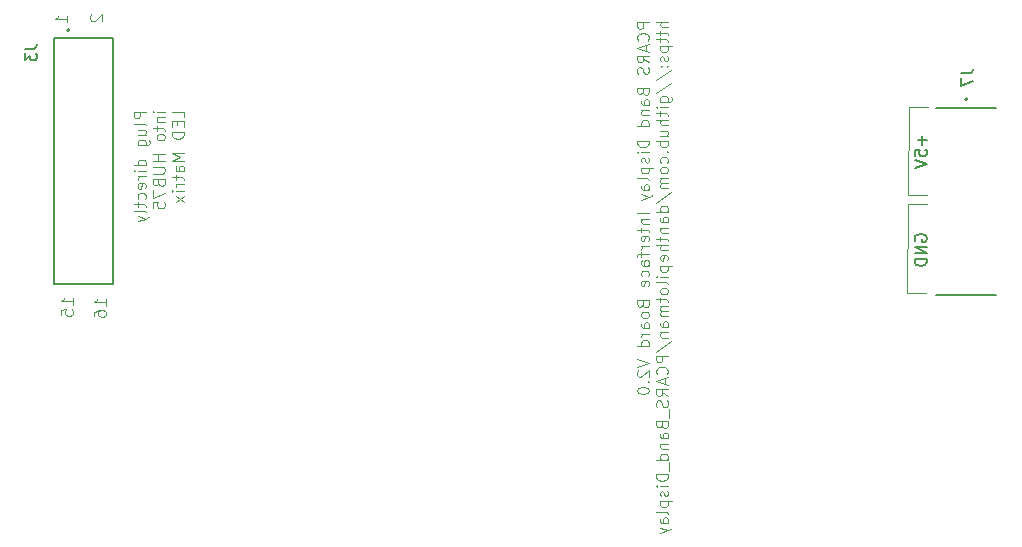
<source format=gbr>
%TF.GenerationSoftware,KiCad,Pcbnew,9.0.0*%
%TF.CreationDate,2025-04-23T05:04:15-04:00*%
%TF.ProjectId,W4MLB_Band_Display_V2,57344d4c-425f-4426-916e-645f44697370,1.0*%
%TF.SameCoordinates,Original*%
%TF.FileFunction,Legend,Bot*%
%TF.FilePolarity,Positive*%
%FSLAX46Y46*%
G04 Gerber Fmt 4.6, Leading zero omitted, Abs format (unit mm)*
G04 Created by KiCad (PCBNEW 9.0.0) date 2025-04-23 05:04:15*
%MOMM*%
%LPD*%
G01*
G04 APERTURE LIST*
%ADD10C,0.150000*%
%ADD11C,0.125000*%
%ADD12C,0.200000*%
%ADD13C,0.860984*%
%ADD14C,2.200000*%
%ADD15O,1.800000X3.600000*%
%ADD16O,4.000000X2.000000*%
%ADD17C,2.019300*%
%ADD18R,2.000000X2.000000*%
%ADD19C,2.000000*%
%ADD20R,1.390000X1.390000*%
%ADD21C,1.390000*%
%ADD22O,3.800000X1.900000*%
%ADD23O,1.900000X3.800000*%
%ADD24R,1.700000X1.700000*%
%ADD25O,1.700000X1.700000*%
%ADD26R,1.370000X1.370000*%
%ADD27C,1.370000*%
G04 APERTURE END LIST*
D10*
X204717438Y-96460588D02*
X204669819Y-96365350D01*
X204669819Y-96365350D02*
X204669819Y-96222493D01*
X204669819Y-96222493D02*
X204717438Y-96079636D01*
X204717438Y-96079636D02*
X204812676Y-95984398D01*
X204812676Y-95984398D02*
X204907914Y-95936779D01*
X204907914Y-95936779D02*
X205098390Y-95889160D01*
X205098390Y-95889160D02*
X205241247Y-95889160D01*
X205241247Y-95889160D02*
X205431723Y-95936779D01*
X205431723Y-95936779D02*
X205526961Y-95984398D01*
X205526961Y-95984398D02*
X205622200Y-96079636D01*
X205622200Y-96079636D02*
X205669819Y-96222493D01*
X205669819Y-96222493D02*
X205669819Y-96317731D01*
X205669819Y-96317731D02*
X205622200Y-96460588D01*
X205622200Y-96460588D02*
X205574580Y-96508207D01*
X205574580Y-96508207D02*
X205241247Y-96508207D01*
X205241247Y-96508207D02*
X205241247Y-96317731D01*
X205669819Y-96936779D02*
X204669819Y-96936779D01*
X204669819Y-96936779D02*
X205669819Y-97508207D01*
X205669819Y-97508207D02*
X204669819Y-97508207D01*
X205669819Y-97984398D02*
X204669819Y-97984398D01*
X204669819Y-97984398D02*
X204669819Y-98222493D01*
X204669819Y-98222493D02*
X204717438Y-98365350D01*
X204717438Y-98365350D02*
X204812676Y-98460588D01*
X204812676Y-98460588D02*
X204907914Y-98508207D01*
X204907914Y-98508207D02*
X205098390Y-98555826D01*
X205098390Y-98555826D02*
X205241247Y-98555826D01*
X205241247Y-98555826D02*
X205431723Y-98508207D01*
X205431723Y-98508207D02*
X205526961Y-98460588D01*
X205526961Y-98460588D02*
X205622200Y-98365350D01*
X205622200Y-98365350D02*
X205669819Y-98222493D01*
X205669819Y-98222493D02*
X205669819Y-97984398D01*
X205288866Y-87536779D02*
X205288866Y-88298684D01*
X205669819Y-87917731D02*
X204907914Y-87917731D01*
X204669819Y-89251064D02*
X204669819Y-88774874D01*
X204669819Y-88774874D02*
X205146009Y-88727255D01*
X205146009Y-88727255D02*
X205098390Y-88774874D01*
X205098390Y-88774874D02*
X205050771Y-88870112D01*
X205050771Y-88870112D02*
X205050771Y-89108207D01*
X205050771Y-89108207D02*
X205098390Y-89203445D01*
X205098390Y-89203445D02*
X205146009Y-89251064D01*
X205146009Y-89251064D02*
X205241247Y-89298683D01*
X205241247Y-89298683D02*
X205479342Y-89298683D01*
X205479342Y-89298683D02*
X205574580Y-89251064D01*
X205574580Y-89251064D02*
X205622200Y-89203445D01*
X205622200Y-89203445D02*
X205669819Y-89108207D01*
X205669819Y-89108207D02*
X205669819Y-88870112D01*
X205669819Y-88870112D02*
X205622200Y-88774874D01*
X205622200Y-88774874D02*
X205574580Y-88727255D01*
X204669819Y-89584398D02*
X205669819Y-89917731D01*
X205669819Y-89917731D02*
X204669819Y-90251064D01*
D11*
X204060000Y-93360000D02*
X204020000Y-100840000D01*
X205710000Y-93360000D02*
X204060000Y-93360000D01*
X204020000Y-100840000D02*
X205660000Y-100840000D01*
X204100000Y-92600000D02*
X205740000Y-92600000D01*
X204140000Y-85120000D02*
X204100000Y-92600000D01*
X205790000Y-85120000D02*
X204140000Y-85120000D01*
X139551231Y-85520331D02*
X138551231Y-85520331D01*
X138551231Y-85520331D02*
X138551231Y-85901283D01*
X138551231Y-85901283D02*
X138598850Y-85996521D01*
X138598850Y-85996521D02*
X138646469Y-86044140D01*
X138646469Y-86044140D02*
X138741707Y-86091759D01*
X138741707Y-86091759D02*
X138884564Y-86091759D01*
X138884564Y-86091759D02*
X138979802Y-86044140D01*
X138979802Y-86044140D02*
X139027421Y-85996521D01*
X139027421Y-85996521D02*
X139075040Y-85901283D01*
X139075040Y-85901283D02*
X139075040Y-85520331D01*
X139551231Y-86663188D02*
X139503612Y-86567950D01*
X139503612Y-86567950D02*
X139408373Y-86520331D01*
X139408373Y-86520331D02*
X138551231Y-86520331D01*
X138884564Y-87472712D02*
X139551231Y-87472712D01*
X138884564Y-87044141D02*
X139408373Y-87044141D01*
X139408373Y-87044141D02*
X139503612Y-87091760D01*
X139503612Y-87091760D02*
X139551231Y-87186998D01*
X139551231Y-87186998D02*
X139551231Y-87329855D01*
X139551231Y-87329855D02*
X139503612Y-87425093D01*
X139503612Y-87425093D02*
X139455992Y-87472712D01*
X138884564Y-88377474D02*
X139694088Y-88377474D01*
X139694088Y-88377474D02*
X139789326Y-88329855D01*
X139789326Y-88329855D02*
X139836945Y-88282236D01*
X139836945Y-88282236D02*
X139884564Y-88186998D01*
X139884564Y-88186998D02*
X139884564Y-88044141D01*
X139884564Y-88044141D02*
X139836945Y-87948903D01*
X139503612Y-88377474D02*
X139551231Y-88282236D01*
X139551231Y-88282236D02*
X139551231Y-88091760D01*
X139551231Y-88091760D02*
X139503612Y-87996522D01*
X139503612Y-87996522D02*
X139455992Y-87948903D01*
X139455992Y-87948903D02*
X139360754Y-87901284D01*
X139360754Y-87901284D02*
X139075040Y-87901284D01*
X139075040Y-87901284D02*
X138979802Y-87948903D01*
X138979802Y-87948903D02*
X138932183Y-87996522D01*
X138932183Y-87996522D02*
X138884564Y-88091760D01*
X138884564Y-88091760D02*
X138884564Y-88282236D01*
X138884564Y-88282236D02*
X138932183Y-88377474D01*
X139551231Y-90044141D02*
X138551231Y-90044141D01*
X139503612Y-90044141D02*
X139551231Y-89948903D01*
X139551231Y-89948903D02*
X139551231Y-89758427D01*
X139551231Y-89758427D02*
X139503612Y-89663189D01*
X139503612Y-89663189D02*
X139455992Y-89615570D01*
X139455992Y-89615570D02*
X139360754Y-89567951D01*
X139360754Y-89567951D02*
X139075040Y-89567951D01*
X139075040Y-89567951D02*
X138979802Y-89615570D01*
X138979802Y-89615570D02*
X138932183Y-89663189D01*
X138932183Y-89663189D02*
X138884564Y-89758427D01*
X138884564Y-89758427D02*
X138884564Y-89948903D01*
X138884564Y-89948903D02*
X138932183Y-90044141D01*
X139551231Y-90520332D02*
X138884564Y-90520332D01*
X138551231Y-90520332D02*
X138598850Y-90472713D01*
X138598850Y-90472713D02*
X138646469Y-90520332D01*
X138646469Y-90520332D02*
X138598850Y-90567951D01*
X138598850Y-90567951D02*
X138551231Y-90520332D01*
X138551231Y-90520332D02*
X138646469Y-90520332D01*
X139551231Y-90996522D02*
X138884564Y-90996522D01*
X139075040Y-90996522D02*
X138979802Y-91044141D01*
X138979802Y-91044141D02*
X138932183Y-91091760D01*
X138932183Y-91091760D02*
X138884564Y-91186998D01*
X138884564Y-91186998D02*
X138884564Y-91282236D01*
X139503612Y-91996522D02*
X139551231Y-91901284D01*
X139551231Y-91901284D02*
X139551231Y-91710808D01*
X139551231Y-91710808D02*
X139503612Y-91615570D01*
X139503612Y-91615570D02*
X139408373Y-91567951D01*
X139408373Y-91567951D02*
X139027421Y-91567951D01*
X139027421Y-91567951D02*
X138932183Y-91615570D01*
X138932183Y-91615570D02*
X138884564Y-91710808D01*
X138884564Y-91710808D02*
X138884564Y-91901284D01*
X138884564Y-91901284D02*
X138932183Y-91996522D01*
X138932183Y-91996522D02*
X139027421Y-92044141D01*
X139027421Y-92044141D02*
X139122659Y-92044141D01*
X139122659Y-92044141D02*
X139217897Y-91567951D01*
X139503612Y-92901284D02*
X139551231Y-92806046D01*
X139551231Y-92806046D02*
X139551231Y-92615570D01*
X139551231Y-92615570D02*
X139503612Y-92520332D01*
X139503612Y-92520332D02*
X139455992Y-92472713D01*
X139455992Y-92472713D02*
X139360754Y-92425094D01*
X139360754Y-92425094D02*
X139075040Y-92425094D01*
X139075040Y-92425094D02*
X138979802Y-92472713D01*
X138979802Y-92472713D02*
X138932183Y-92520332D01*
X138932183Y-92520332D02*
X138884564Y-92615570D01*
X138884564Y-92615570D02*
X138884564Y-92806046D01*
X138884564Y-92806046D02*
X138932183Y-92901284D01*
X138884564Y-93186999D02*
X138884564Y-93567951D01*
X138551231Y-93329856D02*
X139408373Y-93329856D01*
X139408373Y-93329856D02*
X139503612Y-93377475D01*
X139503612Y-93377475D02*
X139551231Y-93472713D01*
X139551231Y-93472713D02*
X139551231Y-93567951D01*
X139551231Y-94044142D02*
X139503612Y-93948904D01*
X139503612Y-93948904D02*
X139408373Y-93901285D01*
X139408373Y-93901285D02*
X138551231Y-93901285D01*
X138884564Y-94329857D02*
X139551231Y-94567952D01*
X138884564Y-94806047D02*
X139551231Y-94567952D01*
X139551231Y-94567952D02*
X139789326Y-94472714D01*
X139789326Y-94472714D02*
X139836945Y-94425095D01*
X139836945Y-94425095D02*
X139884564Y-94329857D01*
X141161175Y-85520331D02*
X140494508Y-85520331D01*
X140161175Y-85520331D02*
X140208794Y-85472712D01*
X140208794Y-85472712D02*
X140256413Y-85520331D01*
X140256413Y-85520331D02*
X140208794Y-85567950D01*
X140208794Y-85567950D02*
X140161175Y-85520331D01*
X140161175Y-85520331D02*
X140256413Y-85520331D01*
X140494508Y-85996521D02*
X141161175Y-85996521D01*
X140589746Y-85996521D02*
X140542127Y-86044140D01*
X140542127Y-86044140D02*
X140494508Y-86139378D01*
X140494508Y-86139378D02*
X140494508Y-86282235D01*
X140494508Y-86282235D02*
X140542127Y-86377473D01*
X140542127Y-86377473D02*
X140637365Y-86425092D01*
X140637365Y-86425092D02*
X141161175Y-86425092D01*
X140494508Y-86758426D02*
X140494508Y-87139378D01*
X140161175Y-86901283D02*
X141018317Y-86901283D01*
X141018317Y-86901283D02*
X141113556Y-86948902D01*
X141113556Y-86948902D02*
X141161175Y-87044140D01*
X141161175Y-87044140D02*
X141161175Y-87139378D01*
X141161175Y-87615569D02*
X141113556Y-87520331D01*
X141113556Y-87520331D02*
X141065936Y-87472712D01*
X141065936Y-87472712D02*
X140970698Y-87425093D01*
X140970698Y-87425093D02*
X140684984Y-87425093D01*
X140684984Y-87425093D02*
X140589746Y-87472712D01*
X140589746Y-87472712D02*
X140542127Y-87520331D01*
X140542127Y-87520331D02*
X140494508Y-87615569D01*
X140494508Y-87615569D02*
X140494508Y-87758426D01*
X140494508Y-87758426D02*
X140542127Y-87853664D01*
X140542127Y-87853664D02*
X140589746Y-87901283D01*
X140589746Y-87901283D02*
X140684984Y-87948902D01*
X140684984Y-87948902D02*
X140970698Y-87948902D01*
X140970698Y-87948902D02*
X141065936Y-87901283D01*
X141065936Y-87901283D02*
X141113556Y-87853664D01*
X141113556Y-87853664D02*
X141161175Y-87758426D01*
X141161175Y-87758426D02*
X141161175Y-87615569D01*
X141161175Y-89139379D02*
X140161175Y-89139379D01*
X140637365Y-89139379D02*
X140637365Y-89710807D01*
X141161175Y-89710807D02*
X140161175Y-89710807D01*
X140161175Y-90186998D02*
X140970698Y-90186998D01*
X140970698Y-90186998D02*
X141065936Y-90234617D01*
X141065936Y-90234617D02*
X141113556Y-90282236D01*
X141113556Y-90282236D02*
X141161175Y-90377474D01*
X141161175Y-90377474D02*
X141161175Y-90567950D01*
X141161175Y-90567950D02*
X141113556Y-90663188D01*
X141113556Y-90663188D02*
X141065936Y-90710807D01*
X141065936Y-90710807D02*
X140970698Y-90758426D01*
X140970698Y-90758426D02*
X140161175Y-90758426D01*
X140637365Y-91567950D02*
X140684984Y-91710807D01*
X140684984Y-91710807D02*
X140732603Y-91758426D01*
X140732603Y-91758426D02*
X140827841Y-91806045D01*
X140827841Y-91806045D02*
X140970698Y-91806045D01*
X140970698Y-91806045D02*
X141065936Y-91758426D01*
X141065936Y-91758426D02*
X141113556Y-91710807D01*
X141113556Y-91710807D02*
X141161175Y-91615569D01*
X141161175Y-91615569D02*
X141161175Y-91234617D01*
X141161175Y-91234617D02*
X140161175Y-91234617D01*
X140161175Y-91234617D02*
X140161175Y-91567950D01*
X140161175Y-91567950D02*
X140208794Y-91663188D01*
X140208794Y-91663188D02*
X140256413Y-91710807D01*
X140256413Y-91710807D02*
X140351651Y-91758426D01*
X140351651Y-91758426D02*
X140446889Y-91758426D01*
X140446889Y-91758426D02*
X140542127Y-91710807D01*
X140542127Y-91710807D02*
X140589746Y-91663188D01*
X140589746Y-91663188D02*
X140637365Y-91567950D01*
X140637365Y-91567950D02*
X140637365Y-91234617D01*
X140161175Y-92139379D02*
X140161175Y-92806045D01*
X140161175Y-92806045D02*
X141161175Y-92377474D01*
X140161175Y-93663188D02*
X140161175Y-93186998D01*
X140161175Y-93186998D02*
X140637365Y-93139379D01*
X140637365Y-93139379D02*
X140589746Y-93186998D01*
X140589746Y-93186998D02*
X140542127Y-93282236D01*
X140542127Y-93282236D02*
X140542127Y-93520331D01*
X140542127Y-93520331D02*
X140589746Y-93615569D01*
X140589746Y-93615569D02*
X140637365Y-93663188D01*
X140637365Y-93663188D02*
X140732603Y-93710807D01*
X140732603Y-93710807D02*
X140970698Y-93710807D01*
X140970698Y-93710807D02*
X141065936Y-93663188D01*
X141065936Y-93663188D02*
X141113556Y-93615569D01*
X141113556Y-93615569D02*
X141161175Y-93520331D01*
X141161175Y-93520331D02*
X141161175Y-93282236D01*
X141161175Y-93282236D02*
X141113556Y-93186998D01*
X141113556Y-93186998D02*
X141065936Y-93139379D01*
X142771119Y-85996521D02*
X142771119Y-85520331D01*
X142771119Y-85520331D02*
X141771119Y-85520331D01*
X142247309Y-86329855D02*
X142247309Y-86663188D01*
X142771119Y-86806045D02*
X142771119Y-86329855D01*
X142771119Y-86329855D02*
X141771119Y-86329855D01*
X141771119Y-86329855D02*
X141771119Y-86806045D01*
X142771119Y-87234617D02*
X141771119Y-87234617D01*
X141771119Y-87234617D02*
X141771119Y-87472712D01*
X141771119Y-87472712D02*
X141818738Y-87615569D01*
X141818738Y-87615569D02*
X141913976Y-87710807D01*
X141913976Y-87710807D02*
X142009214Y-87758426D01*
X142009214Y-87758426D02*
X142199690Y-87806045D01*
X142199690Y-87806045D02*
X142342547Y-87806045D01*
X142342547Y-87806045D02*
X142533023Y-87758426D01*
X142533023Y-87758426D02*
X142628261Y-87710807D01*
X142628261Y-87710807D02*
X142723500Y-87615569D01*
X142723500Y-87615569D02*
X142771119Y-87472712D01*
X142771119Y-87472712D02*
X142771119Y-87234617D01*
X142771119Y-88996522D02*
X141771119Y-88996522D01*
X141771119Y-88996522D02*
X142485404Y-89329855D01*
X142485404Y-89329855D02*
X141771119Y-89663188D01*
X141771119Y-89663188D02*
X142771119Y-89663188D01*
X142771119Y-90567950D02*
X142247309Y-90567950D01*
X142247309Y-90567950D02*
X142152071Y-90520331D01*
X142152071Y-90520331D02*
X142104452Y-90425093D01*
X142104452Y-90425093D02*
X142104452Y-90234617D01*
X142104452Y-90234617D02*
X142152071Y-90139379D01*
X142723500Y-90567950D02*
X142771119Y-90472712D01*
X142771119Y-90472712D02*
X142771119Y-90234617D01*
X142771119Y-90234617D02*
X142723500Y-90139379D01*
X142723500Y-90139379D02*
X142628261Y-90091760D01*
X142628261Y-90091760D02*
X142533023Y-90091760D01*
X142533023Y-90091760D02*
X142437785Y-90139379D01*
X142437785Y-90139379D02*
X142390166Y-90234617D01*
X142390166Y-90234617D02*
X142390166Y-90472712D01*
X142390166Y-90472712D02*
X142342547Y-90567950D01*
X142104452Y-90901284D02*
X142104452Y-91282236D01*
X141771119Y-91044141D02*
X142628261Y-91044141D01*
X142628261Y-91044141D02*
X142723500Y-91091760D01*
X142723500Y-91091760D02*
X142771119Y-91186998D01*
X142771119Y-91186998D02*
X142771119Y-91282236D01*
X142771119Y-91615570D02*
X142104452Y-91615570D01*
X142294928Y-91615570D02*
X142199690Y-91663189D01*
X142199690Y-91663189D02*
X142152071Y-91710808D01*
X142152071Y-91710808D02*
X142104452Y-91806046D01*
X142104452Y-91806046D02*
X142104452Y-91901284D01*
X142771119Y-92234618D02*
X142104452Y-92234618D01*
X141771119Y-92234618D02*
X141818738Y-92186999D01*
X141818738Y-92186999D02*
X141866357Y-92234618D01*
X141866357Y-92234618D02*
X141818738Y-92282237D01*
X141818738Y-92282237D02*
X141771119Y-92234618D01*
X141771119Y-92234618D02*
X141866357Y-92234618D01*
X142771119Y-92615570D02*
X142104452Y-93139379D01*
X142104452Y-92615570D02*
X142771119Y-93139379D01*
X136171119Y-101944140D02*
X136171119Y-101372712D01*
X136171119Y-101658426D02*
X135171119Y-101658426D01*
X135171119Y-101658426D02*
X135313976Y-101563188D01*
X135313976Y-101563188D02*
X135409214Y-101467950D01*
X135409214Y-101467950D02*
X135456833Y-101372712D01*
X135171119Y-102801283D02*
X135171119Y-102610807D01*
X135171119Y-102610807D02*
X135218738Y-102515569D01*
X135218738Y-102515569D02*
X135266357Y-102467950D01*
X135266357Y-102467950D02*
X135409214Y-102372712D01*
X135409214Y-102372712D02*
X135599690Y-102325093D01*
X135599690Y-102325093D02*
X135980642Y-102325093D01*
X135980642Y-102325093D02*
X136075880Y-102372712D01*
X136075880Y-102372712D02*
X136123500Y-102420331D01*
X136123500Y-102420331D02*
X136171119Y-102515569D01*
X136171119Y-102515569D02*
X136171119Y-102706045D01*
X136171119Y-102706045D02*
X136123500Y-102801283D01*
X136123500Y-102801283D02*
X136075880Y-102848902D01*
X136075880Y-102848902D02*
X135980642Y-102896521D01*
X135980642Y-102896521D02*
X135742547Y-102896521D01*
X135742547Y-102896521D02*
X135647309Y-102848902D01*
X135647309Y-102848902D02*
X135599690Y-102801283D01*
X135599690Y-102801283D02*
X135552071Y-102706045D01*
X135552071Y-102706045D02*
X135552071Y-102515569D01*
X135552071Y-102515569D02*
X135599690Y-102420331D01*
X135599690Y-102420331D02*
X135647309Y-102372712D01*
X135647309Y-102372712D02*
X135742547Y-102325093D01*
X132871119Y-77944140D02*
X132871119Y-77372712D01*
X132871119Y-77658426D02*
X131871119Y-77658426D01*
X131871119Y-77658426D02*
X132013976Y-77563188D01*
X132013976Y-77563188D02*
X132109214Y-77467950D01*
X132109214Y-77467950D02*
X132156833Y-77372712D01*
X134966357Y-77272712D02*
X134918738Y-77320331D01*
X134918738Y-77320331D02*
X134871119Y-77415569D01*
X134871119Y-77415569D02*
X134871119Y-77653664D01*
X134871119Y-77653664D02*
X134918738Y-77748902D01*
X134918738Y-77748902D02*
X134966357Y-77796521D01*
X134966357Y-77796521D02*
X135061595Y-77844140D01*
X135061595Y-77844140D02*
X135156833Y-77844140D01*
X135156833Y-77844140D02*
X135299690Y-77796521D01*
X135299690Y-77796521D02*
X135871119Y-77225093D01*
X135871119Y-77225093D02*
X135871119Y-77844140D01*
X133371119Y-101844140D02*
X133371119Y-101272712D01*
X133371119Y-101558426D02*
X132371119Y-101558426D01*
X132371119Y-101558426D02*
X132513976Y-101463188D01*
X132513976Y-101463188D02*
X132609214Y-101367950D01*
X132609214Y-101367950D02*
X132656833Y-101272712D01*
X132371119Y-102748902D02*
X132371119Y-102272712D01*
X132371119Y-102272712D02*
X132847309Y-102225093D01*
X132847309Y-102225093D02*
X132799690Y-102272712D01*
X132799690Y-102272712D02*
X132752071Y-102367950D01*
X132752071Y-102367950D02*
X132752071Y-102606045D01*
X132752071Y-102606045D02*
X132799690Y-102701283D01*
X132799690Y-102701283D02*
X132847309Y-102748902D01*
X132847309Y-102748902D02*
X132942547Y-102796521D01*
X132942547Y-102796521D02*
X133180642Y-102796521D01*
X133180642Y-102796521D02*
X133275880Y-102748902D01*
X133275880Y-102748902D02*
X133323500Y-102701283D01*
X133323500Y-102701283D02*
X133371119Y-102606045D01*
X133371119Y-102606045D02*
X133371119Y-102367950D01*
X133371119Y-102367950D02*
X133323500Y-102272712D01*
X133323500Y-102272712D02*
X133275880Y-102225093D01*
X182161175Y-77920331D02*
X181161175Y-77920331D01*
X181161175Y-77920331D02*
X181161175Y-78301283D01*
X181161175Y-78301283D02*
X181208794Y-78396521D01*
X181208794Y-78396521D02*
X181256413Y-78444140D01*
X181256413Y-78444140D02*
X181351651Y-78491759D01*
X181351651Y-78491759D02*
X181494508Y-78491759D01*
X181494508Y-78491759D02*
X181589746Y-78444140D01*
X181589746Y-78444140D02*
X181637365Y-78396521D01*
X181637365Y-78396521D02*
X181684984Y-78301283D01*
X181684984Y-78301283D02*
X181684984Y-77920331D01*
X182065936Y-79491759D02*
X182113556Y-79444140D01*
X182113556Y-79444140D02*
X182161175Y-79301283D01*
X182161175Y-79301283D02*
X182161175Y-79206045D01*
X182161175Y-79206045D02*
X182113556Y-79063188D01*
X182113556Y-79063188D02*
X182018317Y-78967950D01*
X182018317Y-78967950D02*
X181923079Y-78920331D01*
X181923079Y-78920331D02*
X181732603Y-78872712D01*
X181732603Y-78872712D02*
X181589746Y-78872712D01*
X181589746Y-78872712D02*
X181399270Y-78920331D01*
X181399270Y-78920331D02*
X181304032Y-78967950D01*
X181304032Y-78967950D02*
X181208794Y-79063188D01*
X181208794Y-79063188D02*
X181161175Y-79206045D01*
X181161175Y-79206045D02*
X181161175Y-79301283D01*
X181161175Y-79301283D02*
X181208794Y-79444140D01*
X181208794Y-79444140D02*
X181256413Y-79491759D01*
X181875460Y-79872712D02*
X181875460Y-80348902D01*
X182161175Y-79777474D02*
X181161175Y-80110807D01*
X181161175Y-80110807D02*
X182161175Y-80444140D01*
X182161175Y-81348902D02*
X181684984Y-81015569D01*
X182161175Y-80777474D02*
X181161175Y-80777474D01*
X181161175Y-80777474D02*
X181161175Y-81158426D01*
X181161175Y-81158426D02*
X181208794Y-81253664D01*
X181208794Y-81253664D02*
X181256413Y-81301283D01*
X181256413Y-81301283D02*
X181351651Y-81348902D01*
X181351651Y-81348902D02*
X181494508Y-81348902D01*
X181494508Y-81348902D02*
X181589746Y-81301283D01*
X181589746Y-81301283D02*
X181637365Y-81253664D01*
X181637365Y-81253664D02*
X181684984Y-81158426D01*
X181684984Y-81158426D02*
X181684984Y-80777474D01*
X182113556Y-81729855D02*
X182161175Y-81872712D01*
X182161175Y-81872712D02*
X182161175Y-82110807D01*
X182161175Y-82110807D02*
X182113556Y-82206045D01*
X182113556Y-82206045D02*
X182065936Y-82253664D01*
X182065936Y-82253664D02*
X181970698Y-82301283D01*
X181970698Y-82301283D02*
X181875460Y-82301283D01*
X181875460Y-82301283D02*
X181780222Y-82253664D01*
X181780222Y-82253664D02*
X181732603Y-82206045D01*
X181732603Y-82206045D02*
X181684984Y-82110807D01*
X181684984Y-82110807D02*
X181637365Y-81920331D01*
X181637365Y-81920331D02*
X181589746Y-81825093D01*
X181589746Y-81825093D02*
X181542127Y-81777474D01*
X181542127Y-81777474D02*
X181446889Y-81729855D01*
X181446889Y-81729855D02*
X181351651Y-81729855D01*
X181351651Y-81729855D02*
X181256413Y-81777474D01*
X181256413Y-81777474D02*
X181208794Y-81825093D01*
X181208794Y-81825093D02*
X181161175Y-81920331D01*
X181161175Y-81920331D02*
X181161175Y-82158426D01*
X181161175Y-82158426D02*
X181208794Y-82301283D01*
X181637365Y-83825093D02*
X181684984Y-83967950D01*
X181684984Y-83967950D02*
X181732603Y-84015569D01*
X181732603Y-84015569D02*
X181827841Y-84063188D01*
X181827841Y-84063188D02*
X181970698Y-84063188D01*
X181970698Y-84063188D02*
X182065936Y-84015569D01*
X182065936Y-84015569D02*
X182113556Y-83967950D01*
X182113556Y-83967950D02*
X182161175Y-83872712D01*
X182161175Y-83872712D02*
X182161175Y-83491760D01*
X182161175Y-83491760D02*
X181161175Y-83491760D01*
X181161175Y-83491760D02*
X181161175Y-83825093D01*
X181161175Y-83825093D02*
X181208794Y-83920331D01*
X181208794Y-83920331D02*
X181256413Y-83967950D01*
X181256413Y-83967950D02*
X181351651Y-84015569D01*
X181351651Y-84015569D02*
X181446889Y-84015569D01*
X181446889Y-84015569D02*
X181542127Y-83967950D01*
X181542127Y-83967950D02*
X181589746Y-83920331D01*
X181589746Y-83920331D02*
X181637365Y-83825093D01*
X181637365Y-83825093D02*
X181637365Y-83491760D01*
X182161175Y-84920331D02*
X181637365Y-84920331D01*
X181637365Y-84920331D02*
X181542127Y-84872712D01*
X181542127Y-84872712D02*
X181494508Y-84777474D01*
X181494508Y-84777474D02*
X181494508Y-84586998D01*
X181494508Y-84586998D02*
X181542127Y-84491760D01*
X182113556Y-84920331D02*
X182161175Y-84825093D01*
X182161175Y-84825093D02*
X182161175Y-84586998D01*
X182161175Y-84586998D02*
X182113556Y-84491760D01*
X182113556Y-84491760D02*
X182018317Y-84444141D01*
X182018317Y-84444141D02*
X181923079Y-84444141D01*
X181923079Y-84444141D02*
X181827841Y-84491760D01*
X181827841Y-84491760D02*
X181780222Y-84586998D01*
X181780222Y-84586998D02*
X181780222Y-84825093D01*
X181780222Y-84825093D02*
X181732603Y-84920331D01*
X181494508Y-85396522D02*
X182161175Y-85396522D01*
X181589746Y-85396522D02*
X181542127Y-85444141D01*
X181542127Y-85444141D02*
X181494508Y-85539379D01*
X181494508Y-85539379D02*
X181494508Y-85682236D01*
X181494508Y-85682236D02*
X181542127Y-85777474D01*
X181542127Y-85777474D02*
X181637365Y-85825093D01*
X181637365Y-85825093D02*
X182161175Y-85825093D01*
X182161175Y-86729855D02*
X181161175Y-86729855D01*
X182113556Y-86729855D02*
X182161175Y-86634617D01*
X182161175Y-86634617D02*
X182161175Y-86444141D01*
X182161175Y-86444141D02*
X182113556Y-86348903D01*
X182113556Y-86348903D02*
X182065936Y-86301284D01*
X182065936Y-86301284D02*
X181970698Y-86253665D01*
X181970698Y-86253665D02*
X181684984Y-86253665D01*
X181684984Y-86253665D02*
X181589746Y-86301284D01*
X181589746Y-86301284D02*
X181542127Y-86348903D01*
X181542127Y-86348903D02*
X181494508Y-86444141D01*
X181494508Y-86444141D02*
X181494508Y-86634617D01*
X181494508Y-86634617D02*
X181542127Y-86729855D01*
X182161175Y-87967951D02*
X181161175Y-87967951D01*
X181161175Y-87967951D02*
X181161175Y-88206046D01*
X181161175Y-88206046D02*
X181208794Y-88348903D01*
X181208794Y-88348903D02*
X181304032Y-88444141D01*
X181304032Y-88444141D02*
X181399270Y-88491760D01*
X181399270Y-88491760D02*
X181589746Y-88539379D01*
X181589746Y-88539379D02*
X181732603Y-88539379D01*
X181732603Y-88539379D02*
X181923079Y-88491760D01*
X181923079Y-88491760D02*
X182018317Y-88444141D01*
X182018317Y-88444141D02*
X182113556Y-88348903D01*
X182113556Y-88348903D02*
X182161175Y-88206046D01*
X182161175Y-88206046D02*
X182161175Y-87967951D01*
X182161175Y-88967951D02*
X181494508Y-88967951D01*
X181161175Y-88967951D02*
X181208794Y-88920332D01*
X181208794Y-88920332D02*
X181256413Y-88967951D01*
X181256413Y-88967951D02*
X181208794Y-89015570D01*
X181208794Y-89015570D02*
X181161175Y-88967951D01*
X181161175Y-88967951D02*
X181256413Y-88967951D01*
X182113556Y-89396522D02*
X182161175Y-89491760D01*
X182161175Y-89491760D02*
X182161175Y-89682236D01*
X182161175Y-89682236D02*
X182113556Y-89777474D01*
X182113556Y-89777474D02*
X182018317Y-89825093D01*
X182018317Y-89825093D02*
X181970698Y-89825093D01*
X181970698Y-89825093D02*
X181875460Y-89777474D01*
X181875460Y-89777474D02*
X181827841Y-89682236D01*
X181827841Y-89682236D02*
X181827841Y-89539379D01*
X181827841Y-89539379D02*
X181780222Y-89444141D01*
X181780222Y-89444141D02*
X181684984Y-89396522D01*
X181684984Y-89396522D02*
X181637365Y-89396522D01*
X181637365Y-89396522D02*
X181542127Y-89444141D01*
X181542127Y-89444141D02*
X181494508Y-89539379D01*
X181494508Y-89539379D02*
X181494508Y-89682236D01*
X181494508Y-89682236D02*
X181542127Y-89777474D01*
X181494508Y-90253665D02*
X182494508Y-90253665D01*
X181542127Y-90253665D02*
X181494508Y-90348903D01*
X181494508Y-90348903D02*
X181494508Y-90539379D01*
X181494508Y-90539379D02*
X181542127Y-90634617D01*
X181542127Y-90634617D02*
X181589746Y-90682236D01*
X181589746Y-90682236D02*
X181684984Y-90729855D01*
X181684984Y-90729855D02*
X181970698Y-90729855D01*
X181970698Y-90729855D02*
X182065936Y-90682236D01*
X182065936Y-90682236D02*
X182113556Y-90634617D01*
X182113556Y-90634617D02*
X182161175Y-90539379D01*
X182161175Y-90539379D02*
X182161175Y-90348903D01*
X182161175Y-90348903D02*
X182113556Y-90253665D01*
X182161175Y-91301284D02*
X182113556Y-91206046D01*
X182113556Y-91206046D02*
X182018317Y-91158427D01*
X182018317Y-91158427D02*
X181161175Y-91158427D01*
X182161175Y-92110808D02*
X181637365Y-92110808D01*
X181637365Y-92110808D02*
X181542127Y-92063189D01*
X181542127Y-92063189D02*
X181494508Y-91967951D01*
X181494508Y-91967951D02*
X181494508Y-91777475D01*
X181494508Y-91777475D02*
X181542127Y-91682237D01*
X182113556Y-92110808D02*
X182161175Y-92015570D01*
X182161175Y-92015570D02*
X182161175Y-91777475D01*
X182161175Y-91777475D02*
X182113556Y-91682237D01*
X182113556Y-91682237D02*
X182018317Y-91634618D01*
X182018317Y-91634618D02*
X181923079Y-91634618D01*
X181923079Y-91634618D02*
X181827841Y-91682237D01*
X181827841Y-91682237D02*
X181780222Y-91777475D01*
X181780222Y-91777475D02*
X181780222Y-92015570D01*
X181780222Y-92015570D02*
X181732603Y-92110808D01*
X181494508Y-92491761D02*
X182161175Y-92729856D01*
X181494508Y-92967951D02*
X182161175Y-92729856D01*
X182161175Y-92729856D02*
X182399270Y-92634618D01*
X182399270Y-92634618D02*
X182446889Y-92586999D01*
X182446889Y-92586999D02*
X182494508Y-92491761D01*
X182161175Y-94110809D02*
X181161175Y-94110809D01*
X181494508Y-94586999D02*
X182161175Y-94586999D01*
X181589746Y-94586999D02*
X181542127Y-94634618D01*
X181542127Y-94634618D02*
X181494508Y-94729856D01*
X181494508Y-94729856D02*
X181494508Y-94872713D01*
X181494508Y-94872713D02*
X181542127Y-94967951D01*
X181542127Y-94967951D02*
X181637365Y-95015570D01*
X181637365Y-95015570D02*
X182161175Y-95015570D01*
X181494508Y-95348904D02*
X181494508Y-95729856D01*
X181161175Y-95491761D02*
X182018317Y-95491761D01*
X182018317Y-95491761D02*
X182113556Y-95539380D01*
X182113556Y-95539380D02*
X182161175Y-95634618D01*
X182161175Y-95634618D02*
X182161175Y-95729856D01*
X182113556Y-96444142D02*
X182161175Y-96348904D01*
X182161175Y-96348904D02*
X182161175Y-96158428D01*
X182161175Y-96158428D02*
X182113556Y-96063190D01*
X182113556Y-96063190D02*
X182018317Y-96015571D01*
X182018317Y-96015571D02*
X181637365Y-96015571D01*
X181637365Y-96015571D02*
X181542127Y-96063190D01*
X181542127Y-96063190D02*
X181494508Y-96158428D01*
X181494508Y-96158428D02*
X181494508Y-96348904D01*
X181494508Y-96348904D02*
X181542127Y-96444142D01*
X181542127Y-96444142D02*
X181637365Y-96491761D01*
X181637365Y-96491761D02*
X181732603Y-96491761D01*
X181732603Y-96491761D02*
X181827841Y-96015571D01*
X182161175Y-96920333D02*
X181494508Y-96920333D01*
X181684984Y-96920333D02*
X181589746Y-96967952D01*
X181589746Y-96967952D02*
X181542127Y-97015571D01*
X181542127Y-97015571D02*
X181494508Y-97110809D01*
X181494508Y-97110809D02*
X181494508Y-97206047D01*
X181494508Y-97396524D02*
X181494508Y-97777476D01*
X182161175Y-97539381D02*
X181304032Y-97539381D01*
X181304032Y-97539381D02*
X181208794Y-97587000D01*
X181208794Y-97587000D02*
X181161175Y-97682238D01*
X181161175Y-97682238D02*
X181161175Y-97777476D01*
X182161175Y-98539381D02*
X181637365Y-98539381D01*
X181637365Y-98539381D02*
X181542127Y-98491762D01*
X181542127Y-98491762D02*
X181494508Y-98396524D01*
X181494508Y-98396524D02*
X181494508Y-98206048D01*
X181494508Y-98206048D02*
X181542127Y-98110810D01*
X182113556Y-98539381D02*
X182161175Y-98444143D01*
X182161175Y-98444143D02*
X182161175Y-98206048D01*
X182161175Y-98206048D02*
X182113556Y-98110810D01*
X182113556Y-98110810D02*
X182018317Y-98063191D01*
X182018317Y-98063191D02*
X181923079Y-98063191D01*
X181923079Y-98063191D02*
X181827841Y-98110810D01*
X181827841Y-98110810D02*
X181780222Y-98206048D01*
X181780222Y-98206048D02*
X181780222Y-98444143D01*
X181780222Y-98444143D02*
X181732603Y-98539381D01*
X182113556Y-99444143D02*
X182161175Y-99348905D01*
X182161175Y-99348905D02*
X182161175Y-99158429D01*
X182161175Y-99158429D02*
X182113556Y-99063191D01*
X182113556Y-99063191D02*
X182065936Y-99015572D01*
X182065936Y-99015572D02*
X181970698Y-98967953D01*
X181970698Y-98967953D02*
X181684984Y-98967953D01*
X181684984Y-98967953D02*
X181589746Y-99015572D01*
X181589746Y-99015572D02*
X181542127Y-99063191D01*
X181542127Y-99063191D02*
X181494508Y-99158429D01*
X181494508Y-99158429D02*
X181494508Y-99348905D01*
X181494508Y-99348905D02*
X181542127Y-99444143D01*
X182113556Y-100253667D02*
X182161175Y-100158429D01*
X182161175Y-100158429D02*
X182161175Y-99967953D01*
X182161175Y-99967953D02*
X182113556Y-99872715D01*
X182113556Y-99872715D02*
X182018317Y-99825096D01*
X182018317Y-99825096D02*
X181637365Y-99825096D01*
X181637365Y-99825096D02*
X181542127Y-99872715D01*
X181542127Y-99872715D02*
X181494508Y-99967953D01*
X181494508Y-99967953D02*
X181494508Y-100158429D01*
X181494508Y-100158429D02*
X181542127Y-100253667D01*
X181542127Y-100253667D02*
X181637365Y-100301286D01*
X181637365Y-100301286D02*
X181732603Y-100301286D01*
X181732603Y-100301286D02*
X181827841Y-99825096D01*
X181637365Y-101825096D02*
X181684984Y-101967953D01*
X181684984Y-101967953D02*
X181732603Y-102015572D01*
X181732603Y-102015572D02*
X181827841Y-102063191D01*
X181827841Y-102063191D02*
X181970698Y-102063191D01*
X181970698Y-102063191D02*
X182065936Y-102015572D01*
X182065936Y-102015572D02*
X182113556Y-101967953D01*
X182113556Y-101967953D02*
X182161175Y-101872715D01*
X182161175Y-101872715D02*
X182161175Y-101491763D01*
X182161175Y-101491763D02*
X181161175Y-101491763D01*
X181161175Y-101491763D02*
X181161175Y-101825096D01*
X181161175Y-101825096D02*
X181208794Y-101920334D01*
X181208794Y-101920334D02*
X181256413Y-101967953D01*
X181256413Y-101967953D02*
X181351651Y-102015572D01*
X181351651Y-102015572D02*
X181446889Y-102015572D01*
X181446889Y-102015572D02*
X181542127Y-101967953D01*
X181542127Y-101967953D02*
X181589746Y-101920334D01*
X181589746Y-101920334D02*
X181637365Y-101825096D01*
X181637365Y-101825096D02*
X181637365Y-101491763D01*
X182161175Y-102634620D02*
X182113556Y-102539382D01*
X182113556Y-102539382D02*
X182065936Y-102491763D01*
X182065936Y-102491763D02*
X181970698Y-102444144D01*
X181970698Y-102444144D02*
X181684984Y-102444144D01*
X181684984Y-102444144D02*
X181589746Y-102491763D01*
X181589746Y-102491763D02*
X181542127Y-102539382D01*
X181542127Y-102539382D02*
X181494508Y-102634620D01*
X181494508Y-102634620D02*
X181494508Y-102777477D01*
X181494508Y-102777477D02*
X181542127Y-102872715D01*
X181542127Y-102872715D02*
X181589746Y-102920334D01*
X181589746Y-102920334D02*
X181684984Y-102967953D01*
X181684984Y-102967953D02*
X181970698Y-102967953D01*
X181970698Y-102967953D02*
X182065936Y-102920334D01*
X182065936Y-102920334D02*
X182113556Y-102872715D01*
X182113556Y-102872715D02*
X182161175Y-102777477D01*
X182161175Y-102777477D02*
X182161175Y-102634620D01*
X182161175Y-103825096D02*
X181637365Y-103825096D01*
X181637365Y-103825096D02*
X181542127Y-103777477D01*
X181542127Y-103777477D02*
X181494508Y-103682239D01*
X181494508Y-103682239D02*
X181494508Y-103491763D01*
X181494508Y-103491763D02*
X181542127Y-103396525D01*
X182113556Y-103825096D02*
X182161175Y-103729858D01*
X182161175Y-103729858D02*
X182161175Y-103491763D01*
X182161175Y-103491763D02*
X182113556Y-103396525D01*
X182113556Y-103396525D02*
X182018317Y-103348906D01*
X182018317Y-103348906D02*
X181923079Y-103348906D01*
X181923079Y-103348906D02*
X181827841Y-103396525D01*
X181827841Y-103396525D02*
X181780222Y-103491763D01*
X181780222Y-103491763D02*
X181780222Y-103729858D01*
X181780222Y-103729858D02*
X181732603Y-103825096D01*
X182161175Y-104301287D02*
X181494508Y-104301287D01*
X181684984Y-104301287D02*
X181589746Y-104348906D01*
X181589746Y-104348906D02*
X181542127Y-104396525D01*
X181542127Y-104396525D02*
X181494508Y-104491763D01*
X181494508Y-104491763D02*
X181494508Y-104587001D01*
X182161175Y-105348906D02*
X181161175Y-105348906D01*
X182113556Y-105348906D02*
X182161175Y-105253668D01*
X182161175Y-105253668D02*
X182161175Y-105063192D01*
X182161175Y-105063192D02*
X182113556Y-104967954D01*
X182113556Y-104967954D02*
X182065936Y-104920335D01*
X182065936Y-104920335D02*
X181970698Y-104872716D01*
X181970698Y-104872716D02*
X181684984Y-104872716D01*
X181684984Y-104872716D02*
X181589746Y-104920335D01*
X181589746Y-104920335D02*
X181542127Y-104967954D01*
X181542127Y-104967954D02*
X181494508Y-105063192D01*
X181494508Y-105063192D02*
X181494508Y-105253668D01*
X181494508Y-105253668D02*
X181542127Y-105348906D01*
X181161175Y-106444145D02*
X182161175Y-106777478D01*
X182161175Y-106777478D02*
X181161175Y-107110811D01*
X181256413Y-107396526D02*
X181208794Y-107444145D01*
X181208794Y-107444145D02*
X181161175Y-107539383D01*
X181161175Y-107539383D02*
X181161175Y-107777478D01*
X181161175Y-107777478D02*
X181208794Y-107872716D01*
X181208794Y-107872716D02*
X181256413Y-107920335D01*
X181256413Y-107920335D02*
X181351651Y-107967954D01*
X181351651Y-107967954D02*
X181446889Y-107967954D01*
X181446889Y-107967954D02*
X181589746Y-107920335D01*
X181589746Y-107920335D02*
X182161175Y-107348907D01*
X182161175Y-107348907D02*
X182161175Y-107967954D01*
X182065936Y-108396526D02*
X182113556Y-108444145D01*
X182113556Y-108444145D02*
X182161175Y-108396526D01*
X182161175Y-108396526D02*
X182113556Y-108348907D01*
X182113556Y-108348907D02*
X182065936Y-108396526D01*
X182065936Y-108396526D02*
X182161175Y-108396526D01*
X181161175Y-109063192D02*
X181161175Y-109158430D01*
X181161175Y-109158430D02*
X181208794Y-109253668D01*
X181208794Y-109253668D02*
X181256413Y-109301287D01*
X181256413Y-109301287D02*
X181351651Y-109348906D01*
X181351651Y-109348906D02*
X181542127Y-109396525D01*
X181542127Y-109396525D02*
X181780222Y-109396525D01*
X181780222Y-109396525D02*
X181970698Y-109348906D01*
X181970698Y-109348906D02*
X182065936Y-109301287D01*
X182065936Y-109301287D02*
X182113556Y-109253668D01*
X182113556Y-109253668D02*
X182161175Y-109158430D01*
X182161175Y-109158430D02*
X182161175Y-109063192D01*
X182161175Y-109063192D02*
X182113556Y-108967954D01*
X182113556Y-108967954D02*
X182065936Y-108920335D01*
X182065936Y-108920335D02*
X181970698Y-108872716D01*
X181970698Y-108872716D02*
X181780222Y-108825097D01*
X181780222Y-108825097D02*
X181542127Y-108825097D01*
X181542127Y-108825097D02*
X181351651Y-108872716D01*
X181351651Y-108872716D02*
X181256413Y-108920335D01*
X181256413Y-108920335D02*
X181208794Y-108967954D01*
X181208794Y-108967954D02*
X181161175Y-109063192D01*
X183771119Y-77920331D02*
X182771119Y-77920331D01*
X183771119Y-78348902D02*
X183247309Y-78348902D01*
X183247309Y-78348902D02*
X183152071Y-78301283D01*
X183152071Y-78301283D02*
X183104452Y-78206045D01*
X183104452Y-78206045D02*
X183104452Y-78063188D01*
X183104452Y-78063188D02*
X183152071Y-77967950D01*
X183152071Y-77967950D02*
X183199690Y-77920331D01*
X183104452Y-78682236D02*
X183104452Y-79063188D01*
X182771119Y-78825093D02*
X183628261Y-78825093D01*
X183628261Y-78825093D02*
X183723500Y-78872712D01*
X183723500Y-78872712D02*
X183771119Y-78967950D01*
X183771119Y-78967950D02*
X183771119Y-79063188D01*
X183104452Y-79253665D02*
X183104452Y-79634617D01*
X182771119Y-79396522D02*
X183628261Y-79396522D01*
X183628261Y-79396522D02*
X183723500Y-79444141D01*
X183723500Y-79444141D02*
X183771119Y-79539379D01*
X183771119Y-79539379D02*
X183771119Y-79634617D01*
X183104452Y-79967951D02*
X184104452Y-79967951D01*
X183152071Y-79967951D02*
X183104452Y-80063189D01*
X183104452Y-80063189D02*
X183104452Y-80253665D01*
X183104452Y-80253665D02*
X183152071Y-80348903D01*
X183152071Y-80348903D02*
X183199690Y-80396522D01*
X183199690Y-80396522D02*
X183294928Y-80444141D01*
X183294928Y-80444141D02*
X183580642Y-80444141D01*
X183580642Y-80444141D02*
X183675880Y-80396522D01*
X183675880Y-80396522D02*
X183723500Y-80348903D01*
X183723500Y-80348903D02*
X183771119Y-80253665D01*
X183771119Y-80253665D02*
X183771119Y-80063189D01*
X183771119Y-80063189D02*
X183723500Y-79967951D01*
X183723500Y-80825094D02*
X183771119Y-80920332D01*
X183771119Y-80920332D02*
X183771119Y-81110808D01*
X183771119Y-81110808D02*
X183723500Y-81206046D01*
X183723500Y-81206046D02*
X183628261Y-81253665D01*
X183628261Y-81253665D02*
X183580642Y-81253665D01*
X183580642Y-81253665D02*
X183485404Y-81206046D01*
X183485404Y-81206046D02*
X183437785Y-81110808D01*
X183437785Y-81110808D02*
X183437785Y-80967951D01*
X183437785Y-80967951D02*
X183390166Y-80872713D01*
X183390166Y-80872713D02*
X183294928Y-80825094D01*
X183294928Y-80825094D02*
X183247309Y-80825094D01*
X183247309Y-80825094D02*
X183152071Y-80872713D01*
X183152071Y-80872713D02*
X183104452Y-80967951D01*
X183104452Y-80967951D02*
X183104452Y-81110808D01*
X183104452Y-81110808D02*
X183152071Y-81206046D01*
X183675880Y-81682237D02*
X183723500Y-81729856D01*
X183723500Y-81729856D02*
X183771119Y-81682237D01*
X183771119Y-81682237D02*
X183723500Y-81634618D01*
X183723500Y-81634618D02*
X183675880Y-81682237D01*
X183675880Y-81682237D02*
X183771119Y-81682237D01*
X183152071Y-81682237D02*
X183199690Y-81729856D01*
X183199690Y-81729856D02*
X183247309Y-81682237D01*
X183247309Y-81682237D02*
X183199690Y-81634618D01*
X183199690Y-81634618D02*
X183152071Y-81682237D01*
X183152071Y-81682237D02*
X183247309Y-81682237D01*
X182723500Y-82872712D02*
X184009214Y-82015570D01*
X182723500Y-83920331D02*
X184009214Y-83063189D01*
X183104452Y-84682236D02*
X183913976Y-84682236D01*
X183913976Y-84682236D02*
X184009214Y-84634617D01*
X184009214Y-84634617D02*
X184056833Y-84586998D01*
X184056833Y-84586998D02*
X184104452Y-84491760D01*
X184104452Y-84491760D02*
X184104452Y-84348903D01*
X184104452Y-84348903D02*
X184056833Y-84253665D01*
X183723500Y-84682236D02*
X183771119Y-84586998D01*
X183771119Y-84586998D02*
X183771119Y-84396522D01*
X183771119Y-84396522D02*
X183723500Y-84301284D01*
X183723500Y-84301284D02*
X183675880Y-84253665D01*
X183675880Y-84253665D02*
X183580642Y-84206046D01*
X183580642Y-84206046D02*
X183294928Y-84206046D01*
X183294928Y-84206046D02*
X183199690Y-84253665D01*
X183199690Y-84253665D02*
X183152071Y-84301284D01*
X183152071Y-84301284D02*
X183104452Y-84396522D01*
X183104452Y-84396522D02*
X183104452Y-84586998D01*
X183104452Y-84586998D02*
X183152071Y-84682236D01*
X183771119Y-85158427D02*
X183104452Y-85158427D01*
X182771119Y-85158427D02*
X182818738Y-85110808D01*
X182818738Y-85110808D02*
X182866357Y-85158427D01*
X182866357Y-85158427D02*
X182818738Y-85206046D01*
X182818738Y-85206046D02*
X182771119Y-85158427D01*
X182771119Y-85158427D02*
X182866357Y-85158427D01*
X183104452Y-85491760D02*
X183104452Y-85872712D01*
X182771119Y-85634617D02*
X183628261Y-85634617D01*
X183628261Y-85634617D02*
X183723500Y-85682236D01*
X183723500Y-85682236D02*
X183771119Y-85777474D01*
X183771119Y-85777474D02*
X183771119Y-85872712D01*
X183771119Y-86206046D02*
X182771119Y-86206046D01*
X183771119Y-86634617D02*
X183247309Y-86634617D01*
X183247309Y-86634617D02*
X183152071Y-86586998D01*
X183152071Y-86586998D02*
X183104452Y-86491760D01*
X183104452Y-86491760D02*
X183104452Y-86348903D01*
X183104452Y-86348903D02*
X183152071Y-86253665D01*
X183152071Y-86253665D02*
X183199690Y-86206046D01*
X183104452Y-87539379D02*
X183771119Y-87539379D01*
X183104452Y-87110808D02*
X183628261Y-87110808D01*
X183628261Y-87110808D02*
X183723500Y-87158427D01*
X183723500Y-87158427D02*
X183771119Y-87253665D01*
X183771119Y-87253665D02*
X183771119Y-87396522D01*
X183771119Y-87396522D02*
X183723500Y-87491760D01*
X183723500Y-87491760D02*
X183675880Y-87539379D01*
X183771119Y-88015570D02*
X182771119Y-88015570D01*
X183152071Y-88015570D02*
X183104452Y-88110808D01*
X183104452Y-88110808D02*
X183104452Y-88301284D01*
X183104452Y-88301284D02*
X183152071Y-88396522D01*
X183152071Y-88396522D02*
X183199690Y-88444141D01*
X183199690Y-88444141D02*
X183294928Y-88491760D01*
X183294928Y-88491760D02*
X183580642Y-88491760D01*
X183580642Y-88491760D02*
X183675880Y-88444141D01*
X183675880Y-88444141D02*
X183723500Y-88396522D01*
X183723500Y-88396522D02*
X183771119Y-88301284D01*
X183771119Y-88301284D02*
X183771119Y-88110808D01*
X183771119Y-88110808D02*
X183723500Y-88015570D01*
X183675880Y-88920332D02*
X183723500Y-88967951D01*
X183723500Y-88967951D02*
X183771119Y-88920332D01*
X183771119Y-88920332D02*
X183723500Y-88872713D01*
X183723500Y-88872713D02*
X183675880Y-88920332D01*
X183675880Y-88920332D02*
X183771119Y-88920332D01*
X183723500Y-89825093D02*
X183771119Y-89729855D01*
X183771119Y-89729855D02*
X183771119Y-89539379D01*
X183771119Y-89539379D02*
X183723500Y-89444141D01*
X183723500Y-89444141D02*
X183675880Y-89396522D01*
X183675880Y-89396522D02*
X183580642Y-89348903D01*
X183580642Y-89348903D02*
X183294928Y-89348903D01*
X183294928Y-89348903D02*
X183199690Y-89396522D01*
X183199690Y-89396522D02*
X183152071Y-89444141D01*
X183152071Y-89444141D02*
X183104452Y-89539379D01*
X183104452Y-89539379D02*
X183104452Y-89729855D01*
X183104452Y-89729855D02*
X183152071Y-89825093D01*
X183771119Y-90396522D02*
X183723500Y-90301284D01*
X183723500Y-90301284D02*
X183675880Y-90253665D01*
X183675880Y-90253665D02*
X183580642Y-90206046D01*
X183580642Y-90206046D02*
X183294928Y-90206046D01*
X183294928Y-90206046D02*
X183199690Y-90253665D01*
X183199690Y-90253665D02*
X183152071Y-90301284D01*
X183152071Y-90301284D02*
X183104452Y-90396522D01*
X183104452Y-90396522D02*
X183104452Y-90539379D01*
X183104452Y-90539379D02*
X183152071Y-90634617D01*
X183152071Y-90634617D02*
X183199690Y-90682236D01*
X183199690Y-90682236D02*
X183294928Y-90729855D01*
X183294928Y-90729855D02*
X183580642Y-90729855D01*
X183580642Y-90729855D02*
X183675880Y-90682236D01*
X183675880Y-90682236D02*
X183723500Y-90634617D01*
X183723500Y-90634617D02*
X183771119Y-90539379D01*
X183771119Y-90539379D02*
X183771119Y-90396522D01*
X183771119Y-91158427D02*
X183104452Y-91158427D01*
X183199690Y-91158427D02*
X183152071Y-91206046D01*
X183152071Y-91206046D02*
X183104452Y-91301284D01*
X183104452Y-91301284D02*
X183104452Y-91444141D01*
X183104452Y-91444141D02*
X183152071Y-91539379D01*
X183152071Y-91539379D02*
X183247309Y-91586998D01*
X183247309Y-91586998D02*
X183771119Y-91586998D01*
X183247309Y-91586998D02*
X183152071Y-91634617D01*
X183152071Y-91634617D02*
X183104452Y-91729855D01*
X183104452Y-91729855D02*
X183104452Y-91872712D01*
X183104452Y-91872712D02*
X183152071Y-91967951D01*
X183152071Y-91967951D02*
X183247309Y-92015570D01*
X183247309Y-92015570D02*
X183771119Y-92015570D01*
X182723500Y-93206045D02*
X184009214Y-92348903D01*
X183771119Y-93967950D02*
X182771119Y-93967950D01*
X183723500Y-93967950D02*
X183771119Y-93872712D01*
X183771119Y-93872712D02*
X183771119Y-93682236D01*
X183771119Y-93682236D02*
X183723500Y-93586998D01*
X183723500Y-93586998D02*
X183675880Y-93539379D01*
X183675880Y-93539379D02*
X183580642Y-93491760D01*
X183580642Y-93491760D02*
X183294928Y-93491760D01*
X183294928Y-93491760D02*
X183199690Y-93539379D01*
X183199690Y-93539379D02*
X183152071Y-93586998D01*
X183152071Y-93586998D02*
X183104452Y-93682236D01*
X183104452Y-93682236D02*
X183104452Y-93872712D01*
X183104452Y-93872712D02*
X183152071Y-93967950D01*
X183771119Y-94872712D02*
X183247309Y-94872712D01*
X183247309Y-94872712D02*
X183152071Y-94825093D01*
X183152071Y-94825093D02*
X183104452Y-94729855D01*
X183104452Y-94729855D02*
X183104452Y-94539379D01*
X183104452Y-94539379D02*
X183152071Y-94444141D01*
X183723500Y-94872712D02*
X183771119Y-94777474D01*
X183771119Y-94777474D02*
X183771119Y-94539379D01*
X183771119Y-94539379D02*
X183723500Y-94444141D01*
X183723500Y-94444141D02*
X183628261Y-94396522D01*
X183628261Y-94396522D02*
X183533023Y-94396522D01*
X183533023Y-94396522D02*
X183437785Y-94444141D01*
X183437785Y-94444141D02*
X183390166Y-94539379D01*
X183390166Y-94539379D02*
X183390166Y-94777474D01*
X183390166Y-94777474D02*
X183342547Y-94872712D01*
X183104452Y-95348903D02*
X183771119Y-95348903D01*
X183199690Y-95348903D02*
X183152071Y-95396522D01*
X183152071Y-95396522D02*
X183104452Y-95491760D01*
X183104452Y-95491760D02*
X183104452Y-95634617D01*
X183104452Y-95634617D02*
X183152071Y-95729855D01*
X183152071Y-95729855D02*
X183247309Y-95777474D01*
X183247309Y-95777474D02*
X183771119Y-95777474D01*
X183104452Y-96110808D02*
X183104452Y-96491760D01*
X182771119Y-96253665D02*
X183628261Y-96253665D01*
X183628261Y-96253665D02*
X183723500Y-96301284D01*
X183723500Y-96301284D02*
X183771119Y-96396522D01*
X183771119Y-96396522D02*
X183771119Y-96491760D01*
X183771119Y-96825094D02*
X182771119Y-96825094D01*
X183771119Y-97253665D02*
X183247309Y-97253665D01*
X183247309Y-97253665D02*
X183152071Y-97206046D01*
X183152071Y-97206046D02*
X183104452Y-97110808D01*
X183104452Y-97110808D02*
X183104452Y-96967951D01*
X183104452Y-96967951D02*
X183152071Y-96872713D01*
X183152071Y-96872713D02*
X183199690Y-96825094D01*
X183723500Y-98110808D02*
X183771119Y-98015570D01*
X183771119Y-98015570D02*
X183771119Y-97825094D01*
X183771119Y-97825094D02*
X183723500Y-97729856D01*
X183723500Y-97729856D02*
X183628261Y-97682237D01*
X183628261Y-97682237D02*
X183247309Y-97682237D01*
X183247309Y-97682237D02*
X183152071Y-97729856D01*
X183152071Y-97729856D02*
X183104452Y-97825094D01*
X183104452Y-97825094D02*
X183104452Y-98015570D01*
X183104452Y-98015570D02*
X183152071Y-98110808D01*
X183152071Y-98110808D02*
X183247309Y-98158427D01*
X183247309Y-98158427D02*
X183342547Y-98158427D01*
X183342547Y-98158427D02*
X183437785Y-97682237D01*
X183104452Y-98586999D02*
X184104452Y-98586999D01*
X183152071Y-98586999D02*
X183104452Y-98682237D01*
X183104452Y-98682237D02*
X183104452Y-98872713D01*
X183104452Y-98872713D02*
X183152071Y-98967951D01*
X183152071Y-98967951D02*
X183199690Y-99015570D01*
X183199690Y-99015570D02*
X183294928Y-99063189D01*
X183294928Y-99063189D02*
X183580642Y-99063189D01*
X183580642Y-99063189D02*
X183675880Y-99015570D01*
X183675880Y-99015570D02*
X183723500Y-98967951D01*
X183723500Y-98967951D02*
X183771119Y-98872713D01*
X183771119Y-98872713D02*
X183771119Y-98682237D01*
X183771119Y-98682237D02*
X183723500Y-98586999D01*
X183771119Y-99491761D02*
X183104452Y-99491761D01*
X182771119Y-99491761D02*
X182818738Y-99444142D01*
X182818738Y-99444142D02*
X182866357Y-99491761D01*
X182866357Y-99491761D02*
X182818738Y-99539380D01*
X182818738Y-99539380D02*
X182771119Y-99491761D01*
X182771119Y-99491761D02*
X182866357Y-99491761D01*
X183771119Y-100110808D02*
X183723500Y-100015570D01*
X183723500Y-100015570D02*
X183628261Y-99967951D01*
X183628261Y-99967951D02*
X182771119Y-99967951D01*
X183771119Y-100634618D02*
X183723500Y-100539380D01*
X183723500Y-100539380D02*
X183675880Y-100491761D01*
X183675880Y-100491761D02*
X183580642Y-100444142D01*
X183580642Y-100444142D02*
X183294928Y-100444142D01*
X183294928Y-100444142D02*
X183199690Y-100491761D01*
X183199690Y-100491761D02*
X183152071Y-100539380D01*
X183152071Y-100539380D02*
X183104452Y-100634618D01*
X183104452Y-100634618D02*
X183104452Y-100777475D01*
X183104452Y-100777475D02*
X183152071Y-100872713D01*
X183152071Y-100872713D02*
X183199690Y-100920332D01*
X183199690Y-100920332D02*
X183294928Y-100967951D01*
X183294928Y-100967951D02*
X183580642Y-100967951D01*
X183580642Y-100967951D02*
X183675880Y-100920332D01*
X183675880Y-100920332D02*
X183723500Y-100872713D01*
X183723500Y-100872713D02*
X183771119Y-100777475D01*
X183771119Y-100777475D02*
X183771119Y-100634618D01*
X183104452Y-101253666D02*
X183104452Y-101634618D01*
X182771119Y-101396523D02*
X183628261Y-101396523D01*
X183628261Y-101396523D02*
X183723500Y-101444142D01*
X183723500Y-101444142D02*
X183771119Y-101539380D01*
X183771119Y-101539380D02*
X183771119Y-101634618D01*
X183771119Y-101967952D02*
X183104452Y-101967952D01*
X183199690Y-101967952D02*
X183152071Y-102015571D01*
X183152071Y-102015571D02*
X183104452Y-102110809D01*
X183104452Y-102110809D02*
X183104452Y-102253666D01*
X183104452Y-102253666D02*
X183152071Y-102348904D01*
X183152071Y-102348904D02*
X183247309Y-102396523D01*
X183247309Y-102396523D02*
X183771119Y-102396523D01*
X183247309Y-102396523D02*
X183152071Y-102444142D01*
X183152071Y-102444142D02*
X183104452Y-102539380D01*
X183104452Y-102539380D02*
X183104452Y-102682237D01*
X183104452Y-102682237D02*
X183152071Y-102777476D01*
X183152071Y-102777476D02*
X183247309Y-102825095D01*
X183247309Y-102825095D02*
X183771119Y-102825095D01*
X183771119Y-103729856D02*
X183247309Y-103729856D01*
X183247309Y-103729856D02*
X183152071Y-103682237D01*
X183152071Y-103682237D02*
X183104452Y-103586999D01*
X183104452Y-103586999D02*
X183104452Y-103396523D01*
X183104452Y-103396523D02*
X183152071Y-103301285D01*
X183723500Y-103729856D02*
X183771119Y-103634618D01*
X183771119Y-103634618D02*
X183771119Y-103396523D01*
X183771119Y-103396523D02*
X183723500Y-103301285D01*
X183723500Y-103301285D02*
X183628261Y-103253666D01*
X183628261Y-103253666D02*
X183533023Y-103253666D01*
X183533023Y-103253666D02*
X183437785Y-103301285D01*
X183437785Y-103301285D02*
X183390166Y-103396523D01*
X183390166Y-103396523D02*
X183390166Y-103634618D01*
X183390166Y-103634618D02*
X183342547Y-103729856D01*
X183104452Y-104206047D02*
X183771119Y-104206047D01*
X183199690Y-104206047D02*
X183152071Y-104253666D01*
X183152071Y-104253666D02*
X183104452Y-104348904D01*
X183104452Y-104348904D02*
X183104452Y-104491761D01*
X183104452Y-104491761D02*
X183152071Y-104586999D01*
X183152071Y-104586999D02*
X183247309Y-104634618D01*
X183247309Y-104634618D02*
X183771119Y-104634618D01*
X182723500Y-105825094D02*
X184009214Y-104967952D01*
X183771119Y-106158428D02*
X182771119Y-106158428D01*
X182771119Y-106158428D02*
X182771119Y-106539380D01*
X182771119Y-106539380D02*
X182818738Y-106634618D01*
X182818738Y-106634618D02*
X182866357Y-106682237D01*
X182866357Y-106682237D02*
X182961595Y-106729856D01*
X182961595Y-106729856D02*
X183104452Y-106729856D01*
X183104452Y-106729856D02*
X183199690Y-106682237D01*
X183199690Y-106682237D02*
X183247309Y-106634618D01*
X183247309Y-106634618D02*
X183294928Y-106539380D01*
X183294928Y-106539380D02*
X183294928Y-106158428D01*
X183675880Y-107729856D02*
X183723500Y-107682237D01*
X183723500Y-107682237D02*
X183771119Y-107539380D01*
X183771119Y-107539380D02*
X183771119Y-107444142D01*
X183771119Y-107444142D02*
X183723500Y-107301285D01*
X183723500Y-107301285D02*
X183628261Y-107206047D01*
X183628261Y-107206047D02*
X183533023Y-107158428D01*
X183533023Y-107158428D02*
X183342547Y-107110809D01*
X183342547Y-107110809D02*
X183199690Y-107110809D01*
X183199690Y-107110809D02*
X183009214Y-107158428D01*
X183009214Y-107158428D02*
X182913976Y-107206047D01*
X182913976Y-107206047D02*
X182818738Y-107301285D01*
X182818738Y-107301285D02*
X182771119Y-107444142D01*
X182771119Y-107444142D02*
X182771119Y-107539380D01*
X182771119Y-107539380D02*
X182818738Y-107682237D01*
X182818738Y-107682237D02*
X182866357Y-107729856D01*
X183485404Y-108110809D02*
X183485404Y-108586999D01*
X183771119Y-108015571D02*
X182771119Y-108348904D01*
X182771119Y-108348904D02*
X183771119Y-108682237D01*
X183771119Y-109586999D02*
X183294928Y-109253666D01*
X183771119Y-109015571D02*
X182771119Y-109015571D01*
X182771119Y-109015571D02*
X182771119Y-109396523D01*
X182771119Y-109396523D02*
X182818738Y-109491761D01*
X182818738Y-109491761D02*
X182866357Y-109539380D01*
X182866357Y-109539380D02*
X182961595Y-109586999D01*
X182961595Y-109586999D02*
X183104452Y-109586999D01*
X183104452Y-109586999D02*
X183199690Y-109539380D01*
X183199690Y-109539380D02*
X183247309Y-109491761D01*
X183247309Y-109491761D02*
X183294928Y-109396523D01*
X183294928Y-109396523D02*
X183294928Y-109015571D01*
X183723500Y-109967952D02*
X183771119Y-110110809D01*
X183771119Y-110110809D02*
X183771119Y-110348904D01*
X183771119Y-110348904D02*
X183723500Y-110444142D01*
X183723500Y-110444142D02*
X183675880Y-110491761D01*
X183675880Y-110491761D02*
X183580642Y-110539380D01*
X183580642Y-110539380D02*
X183485404Y-110539380D01*
X183485404Y-110539380D02*
X183390166Y-110491761D01*
X183390166Y-110491761D02*
X183342547Y-110444142D01*
X183342547Y-110444142D02*
X183294928Y-110348904D01*
X183294928Y-110348904D02*
X183247309Y-110158428D01*
X183247309Y-110158428D02*
X183199690Y-110063190D01*
X183199690Y-110063190D02*
X183152071Y-110015571D01*
X183152071Y-110015571D02*
X183056833Y-109967952D01*
X183056833Y-109967952D02*
X182961595Y-109967952D01*
X182961595Y-109967952D02*
X182866357Y-110015571D01*
X182866357Y-110015571D02*
X182818738Y-110063190D01*
X182818738Y-110063190D02*
X182771119Y-110158428D01*
X182771119Y-110158428D02*
X182771119Y-110396523D01*
X182771119Y-110396523D02*
X182818738Y-110539380D01*
X183866357Y-110729857D02*
X183866357Y-111491761D01*
X183247309Y-112063190D02*
X183294928Y-112206047D01*
X183294928Y-112206047D02*
X183342547Y-112253666D01*
X183342547Y-112253666D02*
X183437785Y-112301285D01*
X183437785Y-112301285D02*
X183580642Y-112301285D01*
X183580642Y-112301285D02*
X183675880Y-112253666D01*
X183675880Y-112253666D02*
X183723500Y-112206047D01*
X183723500Y-112206047D02*
X183771119Y-112110809D01*
X183771119Y-112110809D02*
X183771119Y-111729857D01*
X183771119Y-111729857D02*
X182771119Y-111729857D01*
X182771119Y-111729857D02*
X182771119Y-112063190D01*
X182771119Y-112063190D02*
X182818738Y-112158428D01*
X182818738Y-112158428D02*
X182866357Y-112206047D01*
X182866357Y-112206047D02*
X182961595Y-112253666D01*
X182961595Y-112253666D02*
X183056833Y-112253666D01*
X183056833Y-112253666D02*
X183152071Y-112206047D01*
X183152071Y-112206047D02*
X183199690Y-112158428D01*
X183199690Y-112158428D02*
X183247309Y-112063190D01*
X183247309Y-112063190D02*
X183247309Y-111729857D01*
X183771119Y-113158428D02*
X183247309Y-113158428D01*
X183247309Y-113158428D02*
X183152071Y-113110809D01*
X183152071Y-113110809D02*
X183104452Y-113015571D01*
X183104452Y-113015571D02*
X183104452Y-112825095D01*
X183104452Y-112825095D02*
X183152071Y-112729857D01*
X183723500Y-113158428D02*
X183771119Y-113063190D01*
X183771119Y-113063190D02*
X183771119Y-112825095D01*
X183771119Y-112825095D02*
X183723500Y-112729857D01*
X183723500Y-112729857D02*
X183628261Y-112682238D01*
X183628261Y-112682238D02*
X183533023Y-112682238D01*
X183533023Y-112682238D02*
X183437785Y-112729857D01*
X183437785Y-112729857D02*
X183390166Y-112825095D01*
X183390166Y-112825095D02*
X183390166Y-113063190D01*
X183390166Y-113063190D02*
X183342547Y-113158428D01*
X183104452Y-113634619D02*
X183771119Y-113634619D01*
X183199690Y-113634619D02*
X183152071Y-113682238D01*
X183152071Y-113682238D02*
X183104452Y-113777476D01*
X183104452Y-113777476D02*
X183104452Y-113920333D01*
X183104452Y-113920333D02*
X183152071Y-114015571D01*
X183152071Y-114015571D02*
X183247309Y-114063190D01*
X183247309Y-114063190D02*
X183771119Y-114063190D01*
X183771119Y-114967952D02*
X182771119Y-114967952D01*
X183723500Y-114967952D02*
X183771119Y-114872714D01*
X183771119Y-114872714D02*
X183771119Y-114682238D01*
X183771119Y-114682238D02*
X183723500Y-114587000D01*
X183723500Y-114587000D02*
X183675880Y-114539381D01*
X183675880Y-114539381D02*
X183580642Y-114491762D01*
X183580642Y-114491762D02*
X183294928Y-114491762D01*
X183294928Y-114491762D02*
X183199690Y-114539381D01*
X183199690Y-114539381D02*
X183152071Y-114587000D01*
X183152071Y-114587000D02*
X183104452Y-114682238D01*
X183104452Y-114682238D02*
X183104452Y-114872714D01*
X183104452Y-114872714D02*
X183152071Y-114967952D01*
X183866357Y-115206048D02*
X183866357Y-115967952D01*
X183771119Y-116206048D02*
X182771119Y-116206048D01*
X182771119Y-116206048D02*
X182771119Y-116444143D01*
X182771119Y-116444143D02*
X182818738Y-116587000D01*
X182818738Y-116587000D02*
X182913976Y-116682238D01*
X182913976Y-116682238D02*
X183009214Y-116729857D01*
X183009214Y-116729857D02*
X183199690Y-116777476D01*
X183199690Y-116777476D02*
X183342547Y-116777476D01*
X183342547Y-116777476D02*
X183533023Y-116729857D01*
X183533023Y-116729857D02*
X183628261Y-116682238D01*
X183628261Y-116682238D02*
X183723500Y-116587000D01*
X183723500Y-116587000D02*
X183771119Y-116444143D01*
X183771119Y-116444143D02*
X183771119Y-116206048D01*
X183771119Y-117206048D02*
X183104452Y-117206048D01*
X182771119Y-117206048D02*
X182818738Y-117158429D01*
X182818738Y-117158429D02*
X182866357Y-117206048D01*
X182866357Y-117206048D02*
X182818738Y-117253667D01*
X182818738Y-117253667D02*
X182771119Y-117206048D01*
X182771119Y-117206048D02*
X182866357Y-117206048D01*
X183723500Y-117634619D02*
X183771119Y-117729857D01*
X183771119Y-117729857D02*
X183771119Y-117920333D01*
X183771119Y-117920333D02*
X183723500Y-118015571D01*
X183723500Y-118015571D02*
X183628261Y-118063190D01*
X183628261Y-118063190D02*
X183580642Y-118063190D01*
X183580642Y-118063190D02*
X183485404Y-118015571D01*
X183485404Y-118015571D02*
X183437785Y-117920333D01*
X183437785Y-117920333D02*
X183437785Y-117777476D01*
X183437785Y-117777476D02*
X183390166Y-117682238D01*
X183390166Y-117682238D02*
X183294928Y-117634619D01*
X183294928Y-117634619D02*
X183247309Y-117634619D01*
X183247309Y-117634619D02*
X183152071Y-117682238D01*
X183152071Y-117682238D02*
X183104452Y-117777476D01*
X183104452Y-117777476D02*
X183104452Y-117920333D01*
X183104452Y-117920333D02*
X183152071Y-118015571D01*
X183104452Y-118491762D02*
X184104452Y-118491762D01*
X183152071Y-118491762D02*
X183104452Y-118587000D01*
X183104452Y-118587000D02*
X183104452Y-118777476D01*
X183104452Y-118777476D02*
X183152071Y-118872714D01*
X183152071Y-118872714D02*
X183199690Y-118920333D01*
X183199690Y-118920333D02*
X183294928Y-118967952D01*
X183294928Y-118967952D02*
X183580642Y-118967952D01*
X183580642Y-118967952D02*
X183675880Y-118920333D01*
X183675880Y-118920333D02*
X183723500Y-118872714D01*
X183723500Y-118872714D02*
X183771119Y-118777476D01*
X183771119Y-118777476D02*
X183771119Y-118587000D01*
X183771119Y-118587000D02*
X183723500Y-118491762D01*
X183771119Y-119539381D02*
X183723500Y-119444143D01*
X183723500Y-119444143D02*
X183628261Y-119396524D01*
X183628261Y-119396524D02*
X182771119Y-119396524D01*
X183771119Y-120348905D02*
X183247309Y-120348905D01*
X183247309Y-120348905D02*
X183152071Y-120301286D01*
X183152071Y-120301286D02*
X183104452Y-120206048D01*
X183104452Y-120206048D02*
X183104452Y-120015572D01*
X183104452Y-120015572D02*
X183152071Y-119920334D01*
X183723500Y-120348905D02*
X183771119Y-120253667D01*
X183771119Y-120253667D02*
X183771119Y-120015572D01*
X183771119Y-120015572D02*
X183723500Y-119920334D01*
X183723500Y-119920334D02*
X183628261Y-119872715D01*
X183628261Y-119872715D02*
X183533023Y-119872715D01*
X183533023Y-119872715D02*
X183437785Y-119920334D01*
X183437785Y-119920334D02*
X183390166Y-120015572D01*
X183390166Y-120015572D02*
X183390166Y-120253667D01*
X183390166Y-120253667D02*
X183342547Y-120348905D01*
X183104452Y-120729858D02*
X183771119Y-120967953D01*
X183104452Y-121206048D02*
X183771119Y-120967953D01*
X183771119Y-120967953D02*
X184009214Y-120872715D01*
X184009214Y-120872715D02*
X184056833Y-120825096D01*
X184056833Y-120825096D02*
X184104452Y-120729858D01*
D10*
X208584819Y-82266666D02*
X209299104Y-82266666D01*
X209299104Y-82266666D02*
X209441961Y-82219047D01*
X209441961Y-82219047D02*
X209537200Y-82123809D01*
X209537200Y-82123809D02*
X209584819Y-81980952D01*
X209584819Y-81980952D02*
X209584819Y-81885714D01*
X208584819Y-82647619D02*
X208584819Y-83314285D01*
X208584819Y-83314285D02*
X209584819Y-82885714D01*
X129354819Y-80166666D02*
X130069104Y-80166666D01*
X130069104Y-80166666D02*
X130211961Y-80119047D01*
X130211961Y-80119047D02*
X130307200Y-80023809D01*
X130307200Y-80023809D02*
X130354819Y-79880952D01*
X130354819Y-79880952D02*
X130354819Y-79785714D01*
X129354819Y-80547619D02*
X129354819Y-81166666D01*
X129354819Y-81166666D02*
X129735771Y-80833333D01*
X129735771Y-80833333D02*
X129735771Y-80976190D01*
X129735771Y-80976190D02*
X129783390Y-81071428D01*
X129783390Y-81071428D02*
X129831009Y-81119047D01*
X129831009Y-81119047D02*
X129926247Y-81166666D01*
X129926247Y-81166666D02*
X130164342Y-81166666D01*
X130164342Y-81166666D02*
X130259580Y-81119047D01*
X130259580Y-81119047D02*
X130307200Y-81071428D01*
X130307200Y-81071428D02*
X130354819Y-80976190D01*
X130354819Y-80976190D02*
X130354819Y-80690476D01*
X130354819Y-80690476D02*
X130307200Y-80595238D01*
X130307200Y-80595238D02*
X130259580Y-80547619D01*
D12*
%TO.C,J7*%
X206490000Y-101023500D02*
X211570000Y-101023500D01*
X206490000Y-85173900D02*
X211570000Y-85173900D01*
X209130000Y-84468700D02*
G75*
G02*
X208930000Y-84468700I-100000J0D01*
G01*
X208930000Y-84468700D02*
G75*
G02*
X209130000Y-84468700I100000J0D01*
G01*
%TO.C,J3*%
X131805000Y-79277500D02*
X131805000Y-100107500D01*
X131805000Y-100107500D02*
X136755000Y-100107500D01*
X136755000Y-79277500D02*
X131805000Y-79277500D01*
X136755000Y-79277500D02*
X136755000Y-100107500D01*
X133110000Y-78627500D02*
G75*
G02*
X132910000Y-78627500I-100000J0D01*
G01*
X132910000Y-78627500D02*
G75*
G02*
X133110000Y-78627500I100000J0D01*
G01*
%TD*%
%LPC*%
%TO.C,J4*%
D13*
X160900492Y-100000000D02*
G75*
G02*
X160039508Y-100000000I-430492J0D01*
G01*
X160039508Y-100000000D02*
G75*
G02*
X160900492Y-100000000I430492J0D01*
G01*
X163440492Y-100000000D02*
G75*
G02*
X162579508Y-100000000I-430492J0D01*
G01*
X162579508Y-100000000D02*
G75*
G02*
X163440492Y-100000000I430492J0D01*
G01*
X165980492Y-100000000D02*
G75*
G02*
X165119508Y-100000000I-430492J0D01*
G01*
X165119508Y-100000000D02*
G75*
G02*
X165980492Y-100000000I430492J0D01*
G01*
X168520492Y-100000000D02*
G75*
G02*
X167659508Y-100000000I-430492J0D01*
G01*
X167659508Y-100000000D02*
G75*
G02*
X168520492Y-100000000I430492J0D01*
G01*
X171060492Y-100000000D02*
G75*
G02*
X170199508Y-100000000I-430492J0D01*
G01*
X170199508Y-100000000D02*
G75*
G02*
X171060492Y-100000000I430492J0D01*
G01*
X173600492Y-100000000D02*
G75*
G02*
X172739508Y-100000000I-430492J0D01*
G01*
X172739508Y-100000000D02*
G75*
G02*
X173600492Y-100000000I430492J0D01*
G01*
X176140492Y-100000000D02*
G75*
G02*
X175279508Y-100000000I-430492J0D01*
G01*
X175279508Y-100000000D02*
G75*
G02*
X176140492Y-100000000I430492J0D01*
G01*
X178680492Y-100000000D02*
G75*
G02*
X177819508Y-100000000I-430492J0D01*
G01*
X177819508Y-100000000D02*
G75*
G02*
X178680492Y-100000000I430492J0D01*
G01*
X160900492Y-97460000D02*
G75*
G02*
X160039508Y-97460000I-430492J0D01*
G01*
X160039508Y-97460000D02*
G75*
G02*
X160900492Y-97460000I430492J0D01*
G01*
X163440492Y-97460000D02*
G75*
G02*
X162579508Y-97460000I-430492J0D01*
G01*
X162579508Y-97460000D02*
G75*
G02*
X163440492Y-97460000I430492J0D01*
G01*
X165980492Y-97460000D02*
G75*
G02*
X165119508Y-97460000I-430492J0D01*
G01*
X165119508Y-97460000D02*
G75*
G02*
X165980492Y-97460000I430492J0D01*
G01*
X168520492Y-97460000D02*
G75*
G02*
X167659508Y-97460000I-430492J0D01*
G01*
X167659508Y-97460000D02*
G75*
G02*
X168520492Y-97460000I430492J0D01*
G01*
X171060492Y-97460000D02*
G75*
G02*
X170199508Y-97460000I-430492J0D01*
G01*
X170199508Y-97460000D02*
G75*
G02*
X171060492Y-97460000I430492J0D01*
G01*
X173600492Y-97460000D02*
G75*
G02*
X172739508Y-97460000I-430492J0D01*
G01*
X172739508Y-97460000D02*
G75*
G02*
X173600492Y-97460000I430492J0D01*
G01*
X176140492Y-97460000D02*
G75*
G02*
X175279508Y-97460000I-430492J0D01*
G01*
X175279508Y-97460000D02*
G75*
G02*
X176140492Y-97460000I430492J0D01*
G01*
X178680492Y-97460000D02*
G75*
G02*
X177819508Y-97460000I-430492J0D01*
G01*
X177819508Y-97460000D02*
G75*
G02*
X178680492Y-97460000I430492J0D01*
G01*
%TD*%
D14*
%TO.C,MH4*%
X211264466Y-124464466D03*
%TD*%
%TO.C,MH2*%
X211264466Y-67035534D03*
%TD*%
D15*
%TO.C,J6*%
X155017500Y-121300000D03*
X147517500Y-121300000D03*
D16*
X151267500Y-125000000D03*
%TD*%
D15*
%TO.C,J5*%
X139767500Y-121300000D03*
X132267500Y-121300000D03*
D16*
X136017500Y-125000000D03*
%TD*%
D14*
%TO.C,MH3*%
X122535534Y-124464466D03*
%TD*%
D17*
%TO.C,J7*%
X210260000Y-86990000D03*
X210260000Y-90950000D03*
X210260000Y-94910000D03*
X210260000Y-98870000D03*
X207800000Y-86990000D03*
X207800000Y-90950000D03*
X207800000Y-94910000D03*
X207800000Y-98870000D03*
%TD*%
D14*
%TO.C,MH1*%
X122565534Y-67065534D03*
%TD*%
D18*
%TO.C,BZ1*%
X197500000Y-74000000D03*
D19*
X189900000Y-74000000D03*
%TD*%
D20*
%TO.C,J2*%
X147230000Y-71860000D03*
D21*
X147230000Y-74400000D03*
X147230000Y-76940000D03*
X147230000Y-79480000D03*
X147230000Y-82020000D03*
X147230000Y-84560000D03*
X147230000Y-87100000D03*
X147230000Y-89640000D03*
X147230000Y-92180000D03*
X147230000Y-94720000D03*
X147230000Y-97260000D03*
X147230000Y-99800000D03*
X147230000Y-102340000D03*
X147230000Y-104880000D03*
X147230000Y-107420000D03*
%TD*%
D22*
%TO.C,J8*%
X200200000Y-113737500D03*
X200200000Y-119667500D03*
D23*
X204850000Y-116417500D03*
%TD*%
D24*
%TO.C,J9*%
X157930000Y-66500000D03*
D25*
X160470000Y-66500000D03*
X163010000Y-66500000D03*
X165550000Y-66500000D03*
X168090000Y-66500000D03*
X170630000Y-66500000D03*
X173170000Y-66500000D03*
X175710000Y-66500000D03*
X178250000Y-66500000D03*
%TD*%
D18*
%TO.C,U1*%
X16350000Y-153190000D03*
D19*
X16350000Y-155730000D03*
X16350000Y-158270000D03*
X16350000Y-160810000D03*
X16350000Y-163350000D03*
X16350000Y-165890000D03*
X16350000Y-168430000D03*
X16350000Y-170970000D03*
X16350000Y-173510000D03*
X16350000Y-176050000D03*
X16350000Y-178590000D03*
X16350000Y-181130000D03*
X16350000Y-183670000D03*
X16350000Y-186210000D03*
X16350000Y-188750000D03*
X41750000Y-188750000D03*
X41750000Y-186210000D03*
X41750000Y-183670000D03*
X41750000Y-181130000D03*
X41750000Y-178590000D03*
X41750000Y-176050000D03*
X41750000Y-173510000D03*
X41750000Y-170970000D03*
X41750000Y-168430000D03*
X41750000Y-165890000D03*
X41750000Y-163350000D03*
X41750000Y-160810000D03*
X41750000Y-158270000D03*
X41750000Y-155730000D03*
X41750000Y-153190000D03*
%TD*%
D18*
%TO.C,C2*%
X192000000Y-121500000D03*
D19*
X187000000Y-121500000D03*
%TD*%
D20*
%TO.C,J1*%
X121830000Y-71860000D03*
D21*
X121830000Y-74400000D03*
X121830000Y-76940000D03*
X121830000Y-79480000D03*
X121830000Y-82020000D03*
X121830000Y-84560000D03*
X121830000Y-87100000D03*
X121830000Y-89640000D03*
X121830000Y-92180000D03*
X121830000Y-94720000D03*
X121830000Y-97260000D03*
X121830000Y-99800000D03*
X121830000Y-102340000D03*
X121830000Y-104880000D03*
X121830000Y-107420000D03*
%TD*%
D26*
%TO.C,J3*%
X133010000Y-80802500D03*
D27*
X135550000Y-80802500D03*
X133010000Y-83342500D03*
X135550000Y-83342500D03*
X133010000Y-85882500D03*
X135550000Y-85882500D03*
X133010000Y-88422500D03*
X135550000Y-88422500D03*
X133010000Y-90962500D03*
X135550000Y-90962500D03*
X133010000Y-93502500D03*
X135550000Y-93502500D03*
X133010000Y-96042500D03*
X135550000Y-96042500D03*
X133010000Y-98582500D03*
X135550000Y-98582500D03*
%TD*%
%LPD*%
M02*

</source>
